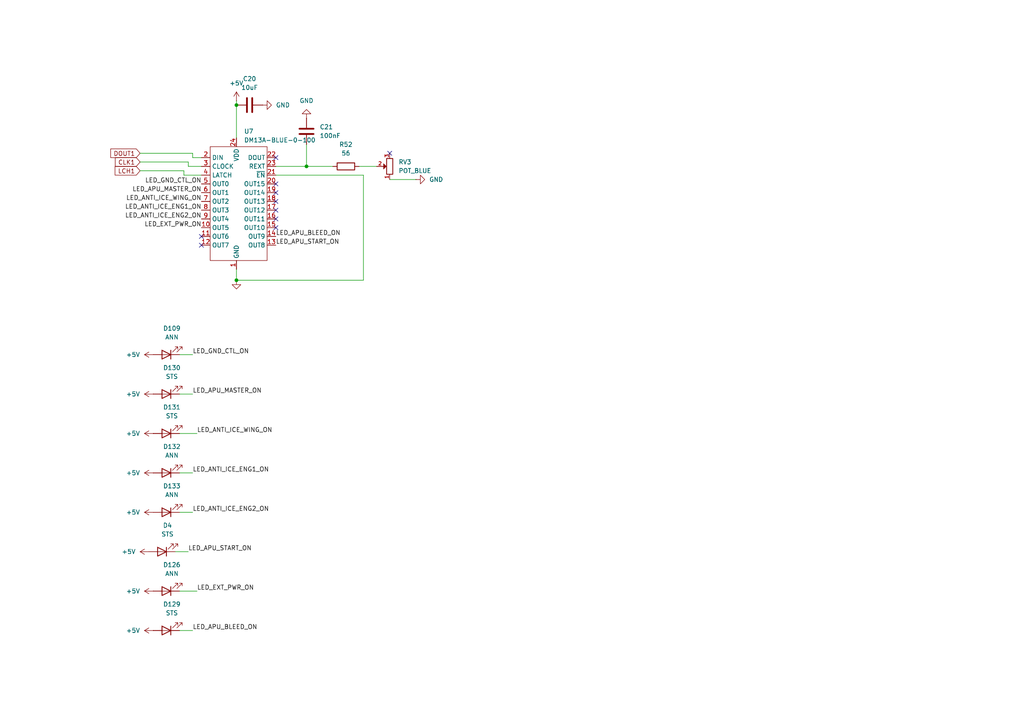
<source format=kicad_sch>
(kicad_sch (version 20250114) (generator "eeschema") (generator_version "9.0")
  (paper "A4")
  (lib_symbols
    (symbol "Custom_Symbols:DM13A"
      (property "Reference" "U" (at -7.62 15.875 0))
      (property "Value" "DM13A" (at 6.35 -19.685 0))
      (symbol "DM13A_0_0"
        (pin input line (at -10.16 11.43 0) (length 2.54) (name "DIN") (number "2"))
        (pin input line (at -10.16 8.89 0) (length 2.54) (name "CLOCK") (number "3"))
        (pin input line (at -10.16 6.35 0) (length 2.54) (name "LATCH") (number "4"))
        (pin output line (at -10.16 3.81 0) (length 2.54) (name "OUT0") (number "5"))
        (pin output line (at -10.16 1.27 0) (length 2.54) (name "OUT1") (number "6"))
        (pin output line (at -10.16 -1.27 0) (length 2.54) (name "OUT2") (number "7"))
        (pin output line (at -10.16 -3.81 0) (length 2.54) (name "OUT3") (number "8"))
        (pin output line (at -10.16 -6.35 0) (length 2.54) (name "OUT4") (number "9"))
        (pin output line (at -10.16 -8.89 0) (length 2.54) (name "OUT5") (number "10"))
        (pin output line (at -10.16 -11.43 0) (length 2.54) (name "OUT6") (number "11"))
        (pin output line (at -10.16 -13.97 0) (length 2.54) (name "OUT7") (number "12"))
        (pin power_in line (at 0 17.145 270) (length 2.54) (name "VDD") (number "24"))
        (pin power_in line (at 0 -20.955 90) (length 2.54) (name "GND") (number "1"))
        (pin output line (at 11.43 11.43 180) (length 2.54) (name "DOUT") (number "22"))
        (pin input line (at 11.43 8.89 180) (length 2.54) (name "REXT") (number "23"))
        (pin input line (at 11.43 6.35 180) (length 2.54) (name "~{EN}") (number "21"))
        (pin output line (at 11.43 3.81 180) (length 2.54) (name "OUT15") (number "20"))
        (pin output line (at 11.43 1.27 180) (length 2.54) (name "OUT14") (number "19"))
        (pin output line (at 11.43 -1.27 180) (length 2.54) (name "OUT13") (number "18"))
        (pin output line (at 11.43 -3.81 180) (length 2.54) (name "OUT12") (number "17"))
        (pin output line (at 11.43 -6.35 180) (length 2.54) (name "OUT11") (number "16"))
        (pin output line (at 11.43 -8.89 180) (length 2.54) (name "OUT10") (number "15"))
        (pin output line (at 11.43 -11.43 180) (length 2.54) (name "OUT9") (number "14"))
        (pin output line (at 11.43 -13.97 180) (length 2.54) (name "OUT8") (number "13"))
      )
      (symbol "DM13A_0_1"
        (rectangle (start -7.62 14.605) (end 8.89 -18.415))
      )
    )
    (symbol "Device:C" (pin_numbers (hide yes)) (pin_names (offset 0.254))
      (property "Reference" "C" (at 0.635 2.54 0))
      (property "Value" "C" (at 0.635 -2.54 0))
      (symbol "C_0_1"
        (polyline (pts (xy -2.032 0.762) (xy 2.032 0.762)) (stroke (width 0.508)))
        (polyline (pts (xy -2.032 -0.762) (xy 2.032 -0.762)) (stroke (width 0.508)))
      )
      (symbol "C_1_1"
        (pin passive line (at 0 3.81 270) (length 2.794) (name "~") (number "1"))
        (pin passive line (at 0 -3.81 90) (length 2.794) (name "~") (number "2"))
      )
    )
    (symbol "Device:LED" (pin_numbers (hide yes)) (pin_names (offset 1.016) (hide yes))
      (property "Reference" "D" (at 0 2.54 0))
      (property "Value" "LED" (at 0 -2.54 0))
      (symbol "LED_0_1"
        (polyline (pts (xy -3.048 -0.762) (xy -4.572 -2.286) (xy -3.81 -2.286) (xy -4.572 -2.286) (xy -4.572 -1.524)))
        (polyline (pts (xy -1.778 -0.762) (xy -3.302 -2.286) (xy -2.54 -2.286) (xy -3.302 -2.286) (xy -3.302 -1.524)))
        (polyline (pts (xy -1.27 0) (xy 1.27 0)))
        (polyline (pts (xy -1.27 -1.27) (xy -1.27 1.27)) (stroke (width 0.254)))
        (polyline (pts (xy 1.27 -1.27) (xy 1.27 1.27) (xy -1.27 0) (xy 1.27 -1.27)) (stroke (width 0.254)))
      )
      (symbol "LED_1_1"
        (pin passive line (at -3.81 0 0) (length 2.54) (name "K") (number "1"))
        (pin passive line (at 3.81 0 180) (length 2.54) (name "A") (number "2"))
      )
    )
    (symbol "Device:R" (pin_numbers (hide yes)) (pin_names (offset 0))
      (property "Reference" "R" (at 2.032 0 90))
      (property "Value" "R" (at 0 0 90))
      (symbol "R_0_1"
        (rectangle (start -1.016 -2.54) (end 1.016 2.54) (stroke (width 0.254)))
      )
      (symbol "R_1_1"
        (pin passive line (at 0 3.81 270) (length 1.27) (name "~") (number "1"))
        (pin passive line (at 0 -3.81 90) (length 1.27) (name "~") (number "2"))
      )
    )
    (symbol "PCM_SL_Devices:potentiometer_3362P"
      (property "Reference" "RV" (at 0 -2.286 0))
      (property "Value" "potentiometer_3362P" (at 0 -3.81 0))
      (symbol "potentiometer_3362P_0_1"
        (rectangle (start -2.286 0.889) (end 2.286 -0.889) (stroke (width 0.24)))
        (polyline (pts (xy 0 1.016) (xy 0.762 1.778) (xy -0.762 1.778) (xy 0 1.016)) (fill (type outline)))
      )
      (symbol "potentiometer_3362P_1_1"
        (pin passive line (at -3.81 0 0) (length 1.5) (name "~") (number "1"))
        (pin passive line (at 0 3.81 270) (length 2) (name "~") (number "2"))
        (pin passive line (at 3.81 0 180) (length 1.5) (name "~") (number "3"))
      )
    )
    (symbol "power:+5V" (power) (pin_numbers (hide yes)) (pin_names (offset 0) (hide yes))
      (property "Value" "+5V" (at 0 3.556 0))
      (symbol "+5V_0_1"
        (polyline (pts (xy -0.762 1.27) (xy 0 2.54)))
        (polyline (pts (xy 0 2.54) (xy 0.762 1.27)))
        (polyline (pts (xy 0 0) (xy 0 2.54)))
      )
      (symbol "+5V_1_1"
        (pin power_in line (at 0 0 90) (length 0) (name "~") (number "1"))
      )
    )
    (symbol "power:GND" (power) (pin_numbers (hide yes)) (pin_names (offset 0) (hide yes))
      (property "Value" "GND" (at 0 -3.81 0))
      (symbol "GND_0_1"
        (polyline (pts (xy 0 0) (xy 0 -1.27) (xy 1.27 -1.27) (xy 0 -2.54) (xy -1.27 -1.27) (xy 0 -1.27)))
      )
      (symbol "GND_1_1"
        (pin power_in line (at 0 0 270) (length 0) (name "~") (number "1"))
      )
    )
  )
  (junction (at 68.58 81.28))
  (junction (at 68.58 30.48))
  (junction (at 88.9 48.26))
  (no_connect (at 58.42 68.58))
  (no_connect (at 58.42 71.12))
  (no_connect (at 80.01 45.72))
  (no_connect (at 113.03 44.45))
  (no_connect (at 80.01 63.5))
  (no_connect (at 80.01 66.04))
  (no_connect (at 80.01 60.96))
  (no_connect (at 80.01 58.42))
  (no_connect (at 80.01 53.34))
  (no_connect (at 80.01 55.88))
  (wire (pts (xy 55.88 182.88) (xy 52.07 182.88)))
  (wire (pts (xy 40.64 44.45) (xy 55.88 44.45)))
  (wire (pts (xy 105.41 81.28) (xy 68.58 81.28)))
  (wire (pts (xy 40.64 49.53) (xy 53.34 49.53)))
  (wire (pts (xy 54.61 48.26) (xy 58.42 48.26)))
  (wire (pts (xy 105.41 50.8) (xy 105.41 81.28)))
  (wire (pts (xy 105.41 50.8) (xy 80.01 50.8)))
  (wire (pts (xy 55.88 114.3) (xy 52.07 114.3)))
  (wire (pts (xy 40.64 46.99) (xy 54.61 46.99)))
  (wire (pts (xy 68.58 30.48) (xy 68.58 40.005)))
  (wire (pts (xy 104.14 48.26) (xy 109.22 48.26)))
  (wire (pts (xy 55.88 102.87) (xy 52.07 102.87)))
  (wire (pts (xy 55.88 44.45) (xy 55.88 45.72)))
  (wire (pts (xy 68.58 78.105) (xy 68.58 81.28)))
  (wire (pts (xy 55.88 148.59) (xy 52.07 148.59)))
  (wire (pts (xy 68.58 29.21) (xy 68.58 30.48)))
  (wire (pts (xy 55.88 137.16) (xy 52.07 137.16)))
  (wire (pts (xy 88.9 48.26) (xy 80.01 48.26)))
  (wire (pts (xy 57.15 125.73) (xy 52.07 125.73)))
  (wire (pts (xy 53.34 50.8) (xy 58.42 50.8)))
  (wire (pts (xy 53.34 49.53) (xy 53.34 50.8)))
  (wire (pts (xy 54.61 160.02) (xy 50.8 160.02)))
  (wire (pts (xy 55.88 45.72) (xy 58.42 45.72)))
  (wire (pts (xy 88.9 41.91) (xy 88.9 48.26)))
  (wire (pts (xy 120.65 52.07) (xy 113.03 52.07)))
  (wire (pts (xy 54.61 46.99) (xy 54.61 48.26)))
  (wire (pts (xy 57.15 171.45) (xy 52.07 171.45)))
  (wire (pts (xy 88.9 48.26) (xy 96.52 48.26)))
  (label "LED_GND_CTL_ON" (at 58.42 53.34 180))
  (label "LED_APU_START_ON" (at 80.01 71.12 0))
  (label "LED_ANTI_ICE_ENG1_ON" (at 58.42 60.96 180))
  (label "LED_ANTI_ICE_ENG2_ON" (at 58.42 63.5 180))
  (label "LED_EXT_PWR_ON" (at 58.42 66.04 180))
  (label "LED_EXT_PWR_ON" (at 57.15 171.45 0))
  (label "LED_ANTI_ICE_ENG2_ON" (at 55.88 148.59 0))
  (label "LED_APU_MASTER_ON" (at 55.88 114.3 0))
  (label "LED_ANTI_ICE_WING_ON" (at 57.15 125.73 0))
  (label "LED_APU_START_ON" (at 54.61 160.02 0))
  (label "LED_GND_CTL_ON" (at 55.88 102.87 0))
  (label "LED_ANTI_ICE_WING_ON" (at 58.42 58.42 180))
  (label "LED_APU_BLEED_ON" (at 55.88 182.88 0))
  (label "LED_APU_BLEED_ON" (at 80.01 68.58 0))
  (label "LED_ANTI_ICE_ENG1_ON" (at 55.88 137.16 0))
  (label "LED_APU_MASTER_ON" (at 58.42 55.88 180))
  (global_label "LCH1" (shape input) (at 40.64 49.53 180) (property "Intersheetrefs" "${INTERSHEET_REFS}" (effects (hide yes))))
  (global_label "CLK1" (shape input) (at 40.64 46.99 180) (property "Intersheetrefs" "${INTERSHEET_REFS}" (effects (hide yes))))
  (global_label "DOUT1" (shape input) (at 40.64 44.45 180) (property "Intersheetrefs" "${INTERSHEET_REFS}" (effects (hide yes))))
  (symbol (lib_id "power:GND") (at 76.2 30.48 90) (unit 1)
    (property "Reference" "#PWR0161" (effects (hide yes)))
    (property "Value" "GND" (at 80.01 30.4799 90) (effects (justify right)))
    (property "Description" "Power symbol creates a global label with name \"GND\" , ground" (effects (hide yes)))
  )
  (symbol (lib_id "power:GND") (at 88.9 34.29 180) (unit 1)
    (property "Reference" "#PWR0165" (effects (hide yes)))
    (property "Value" "GND" (at 88.9 29.21 0))
    (property "Description" "Power symbol creates a global label with name \"GND\" , ground" (effects (hide yes)))
  )
  (symbol (lib_id "power:+5V") (at 43.18 160.02 90) (unit 1)
    (property "Reference" "#PWR06" (effects (hide yes)))
    (property "Value" "+5V" (at 39.37 160.0199 90) (effects (justify left)))
    (property "Description" "Power symbol creates a global label with name \"+5V\"" (effects (hide yes)))
  )
  (symbol (lib_id "power:+5V") (at 44.45 171.45 90) (unit 1)
    (property "Reference" "#PWR0163" (effects (hide yes)))
    (property "Value" "+5V" (at 40.64 171.4499 90) (effects (justify left)))
    (property "Description" "Power symbol creates a global label with name \"+5V\"" (effects (hide yes)))
  )
  (symbol (lib_id "power:GND") (at 120.65 52.07 90) (unit 1)
    (property "Reference" "#PWR0169" (effects (hide yes)))
    (property "Value" "GND" (at 124.46 52.0699 90) (effects (justify right)))
    (property "Description" "Power symbol creates a global label with name \"GND\" , ground" (effects (hide yes)))
  )
  (symbol (lib_id "Device:LED") (at 48.26 102.87 180) (unit 1)
    (property "Reference" "D109" (at 49.8475 95.25 0))
    (property "Value" "ANN" (at 49.8475 97.79 0))
    (property "Footprint" "PCM_LED_THT_AKL:LED_Rectangular_W3.9mm_H1.8mm_FlatTop" (effects (hide yes)))
    (property "Description" "Light emitting diode" (effects (hide yes)))
  )
  (symbol (lib_id "Device:C") (at 72.39 30.48 90) (unit 1)
    (property "Reference" "C20" (at 72.39 22.86 90))
    (property "Value" "10uF" (at 72.39 25.4 90))
    (property "Footprint" "Capacitor_SMD:C_1206_3216Metric_Pad1.33x1.80mm_HandSolder" (effects (hide yes)))
    (property "Description" "Unpolarized capacitor" (effects (hide yes)))
  )
  (symbol (lib_id "Device:R") (at 100.33 48.26 90) (unit 1)
    (property "Reference" "R52" (at 100.33 41.91 90))
    (property "Value" "56" (at 100.33 44.45 90))
    (property "Footprint" "Resistor_SMD:R_1206_3216Metric_Pad1.30x1.75mm_HandSolder" (effects (hide yes)))
    (property "Description" "Resistor" (effects (hide yes)))
  )
  (symbol (lib_id "Device:LED") (at 48.26 125.73 180) (unit 1)
    (property "Reference" "D131" (at 49.8475 118.11 0))
    (property "Value" "STS" (at 49.8475 120.65 0))
    (property "Footprint" "PCM_LED_THT_AKL:LED_Rectangular_W3.9mm_H1.8mm_FlatTop" (effects (hide yes)))
    (property "Description" "Light emitting diode" (effects (hide yes)))
  )
  (symbol (lib_id "power:+5V") (at 44.45 125.73 90) (unit 1)
    (property "Reference" "#PWR0214" (effects (hide yes)))
    (property "Value" "+5V" (at 40.64 125.7299 90) (effects (justify left)))
    (property "Description" "Power symbol creates a global label with name \"+5V\"" (effects (hide yes)))
  )
  (symbol (lib_id "power:GND") (at 68.58 81.28 0) (unit 1)
    (property "Reference" "#PWR0159" (effects (hide yes)))
    (property "Value" "GND" (effects (hide yes)))
    (property "Description" "Power symbol creates a global label with name \"GND\" , ground" (effects (hide yes)))
  )
  (symbol (lib_id "power:+5V") (at 68.58 29.21 0) (unit 1)
    (property "Reference" "#PWR0157" (effects (hide yes)))
    (property "Value" "+5V" (at 68.58 24.13 0))
    (property "Description" "Power symbol creates a global label with name \"+5V\"" (effects (hide yes)))
  )
  (symbol (lib_id "Custom_Symbols:DM13A") (at 68.58 57.15 0) (unit 1)
    (property "Reference" "U7" (at 70.7741 38.1 0) (effects (justify left)))
    (property "Value" "DM13A-BLUE-0-100" (at 70.7741 40.64 0) (effects (justify left)))
    (property "Footprint" "Package_SO:SOP-24_7.5x15.4mm_P1.27mm" (effects (hide yes)))
    (property "Description" "15-bit constant current LED driver" (effects (hide yes)))
  )
  (symbol (lib_id "power:+5V") (at 44.45 182.88 90) (unit 1)
    (property "Reference" "#PWR0217" (effects (hide yes)))
    (property "Value" "+5V" (at 40.64 182.8799 90) (effects (justify left)))
    (property "Description" "Power symbol creates a global label with name \"+5V\"" (effects (hide yes)))
  )
  (symbol (lib_id "power:+5V") (at 44.45 114.3 90) (unit 1)
    (property "Reference" "#PWR0215" (effects (hide yes)))
    (property "Value" "+5V" (at 40.64 114.2999 90) (effects (justify left)))
    (property "Description" "Power symbol creates a global label with name \"+5V\"" (effects (hide yes)))
  )
  (symbol (lib_id "power:+5V") (at 44.45 102.87 90) (unit 1)
    (property "Reference" "#PWR0139" (effects (hide yes)))
    (property "Value" "+5V" (at 40.64 102.8699 90) (effects (justify left)))
    (property "Description" "Power symbol creates a global label with name \"+5V\"" (effects (hide yes)))
  )
  (symbol (lib_id "power:+5V") (at 44.45 148.59 90) (unit 1)
    (property "Reference" "#PWR0222" (effects (hide yes)))
    (property "Value" "+5V" (at 40.64 148.5899 90) (effects (justify left)))
    (property "Description" "Power symbol creates a global label with name \"+5V\"" (effects (hide yes)))
  )
  (symbol (lib_id "Device:LED") (at 48.26 137.16 180) (unit 1)
    (property "Reference" "D132" (at 49.8475 129.54 0))
    (property "Value" "ANN" (at 49.8475 132.08 0))
    (property "Footprint" "PCM_LED_THT_AKL:LED_Rectangular_W3.9mm_H1.8mm_FlatTop" (effects (hide yes)))
    (property "Description" "Light emitting diode" (effects (hide yes)))
  )
  (symbol (lib_id "Device:LED") (at 48.26 182.88 180) (unit 1)
    (property "Reference" "D129" (at 49.8475 175.26 0))
    (property "Value" "STS" (at 49.8475 177.8 0))
    (property "Footprint" "PCM_LED_THT_AKL:LED_Rectangular_W3.9mm_H1.8mm_FlatTop" (effects (hide yes)))
    (property "Description" "Light emitting diode" (effects (hide yes)))
  )
  (symbol (lib_id "Device:LED") (at 46.99 160.02 180) (unit 1)
    (property "Reference" "D4" (at 48.5775 152.4 0))
    (property "Value" "STS" (at 48.5775 154.94 0))
    (property "Footprint" "PCM_LED_THT_AKL:LED_Rectangular_W3.9mm_H1.8mm_FlatTop" (effects (hide yes)))
    (property "Description" "Light emitting diode" (effects (hide yes)))
  )
  (symbol (lib_id "power:+5V") (at 44.45 137.16 90) (unit 1)
    (property "Reference" "#PWR0218" (effects (hide yes)))
    (property "Value" "+5V" (at 40.64 137.1599 90) (effects (justify left)))
    (property "Description" "Power symbol creates a global label with name \"+5V\"" (effects (hide yes)))
  )
  (symbol (lib_id "Device:LED") (at 48.26 148.59 180) (unit 1)
    (property "Reference" "D133" (at 49.8475 140.97 0))
    (property "Value" "ANN" (at 49.8475 143.51 0))
    (property "Footprint" "PCM_LED_THT_AKL:LED_Rectangular_W3.9mm_H1.8mm_FlatTop" (effects (hide yes)))
    (property "Description" "Light emitting diode" (effects (hide yes)))
  )
  (symbol (lib_id "Device:LED") (at 48.26 171.45 180) (unit 1)
    (property "Reference" "D126" (at 49.8475 163.83 0))
    (property "Value" "ANN" (at 49.8475 166.37 0))
    (property "Footprint" "PCM_LED_THT_AKL:LED_Rectangular_W3.9mm_H1.8mm_FlatTop" (effects (hide yes)))
    (property "Description" "Light emitting diode" (effects (hide yes)))
  )
  (symbol (lib_id "Device:LED") (at 48.26 114.3 180) (unit 1)
    (property "Reference" "D130" (at 49.8475 106.68 0))
    (property "Value" "STS" (at 49.8475 109.22 0))
    (property "Footprint" "PCM_LED_THT_AKL:LED_Rectangular_W3.9mm_H1.8mm_FlatTop" (effects (hide yes)))
    (property "Description" "Light emitting diode" (effects (hide yes)))
  )
  (symbol (lib_id "PCM_SL_Devices:potentiometer_3362P") (at 113.03 48.26 90) (unit 1)
    (property "Reference" "RV3" (at 115.57 46.9899 90) (effects (justify right)))
    (property "Value" "POT_BLUE" (at 115.57 49.5299 90) (effects (justify right)))
    (property "Footprint" "PCM_SL_Footprints:potentiometer_3362P" (effects (hide yes)))
    (property "Datasheet" "https://www.bourns.com/data/global/pdfs/3362.pdf" (effects (hide yes)))
    (property "Description" "potentiometer_3362P" (effects (hide yes)))
  )
  (symbol (lib_id "Device:C") (at 88.9 38.1 0) (unit 1)
    (property "Reference" "C21" (at 92.71 36.8299 0) (effects (justify left)))
    (property "Value" "100nF" (at 92.71 39.3699 0) (effects (justify left)))
    (property "Footprint" "Capacitor_SMD:C_1206_3216Metric_Pad1.33x1.80mm_HandSolder" (effects (hide yes)))
    (property "Description" "Unpolarized capacitor" (effects (hide yes)))
  )
)
</source>
